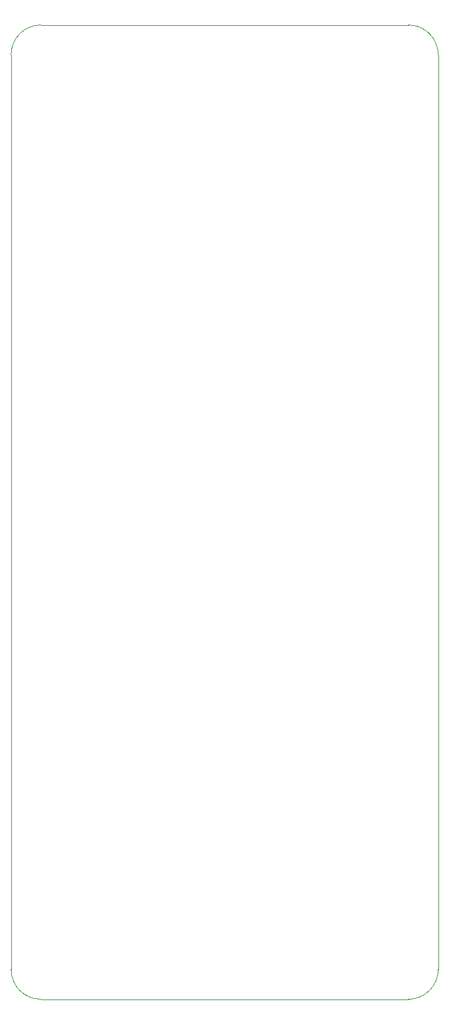
<source format=gbr>
%TF.GenerationSoftware,KiCad,Pcbnew,8.0.0*%
%TF.CreationDate,2024-03-21T17:59:56-04:00*%
%TF.ProjectId,adaptive-2040,61646170-7469-4766-952d-323034302e6b,1*%
%TF.SameCoordinates,Original*%
%TF.FileFunction,Profile,NP*%
%FSLAX46Y46*%
G04 Gerber Fmt 4.6, Leading zero omitted, Abs format (unit mm)*
G04 Created by KiCad (PCBNEW 8.0.0) date 2024-03-21 17:59:56*
%MOMM*%
%LPD*%
G01*
G04 APERTURE LIST*
%TA.AperFunction,Profile*%
%ADD10C,0.100000*%
%TD*%
G04 APERTURE END LIST*
D10*
X76835000Y-208280000D02*
X76835000Y-91440000D01*
X127635000Y-87630000D02*
G75*
G02*
X131445000Y-91440000I0J-3810000D01*
G01*
X80645000Y-212090000D02*
G75*
G02*
X76835000Y-208280000I0J3810000D01*
G01*
X80645000Y-87630000D02*
X127635000Y-87630000D01*
X127635000Y-212090000D02*
X80645000Y-212090000D01*
X131445000Y-208280000D02*
G75*
G02*
X127635000Y-212090000I-3810000J0D01*
G01*
X76835000Y-91440000D02*
G75*
G02*
X80645000Y-87630000I3810000J0D01*
G01*
X131445000Y-91440000D02*
X131445000Y-208280000D01*
M02*

</source>
